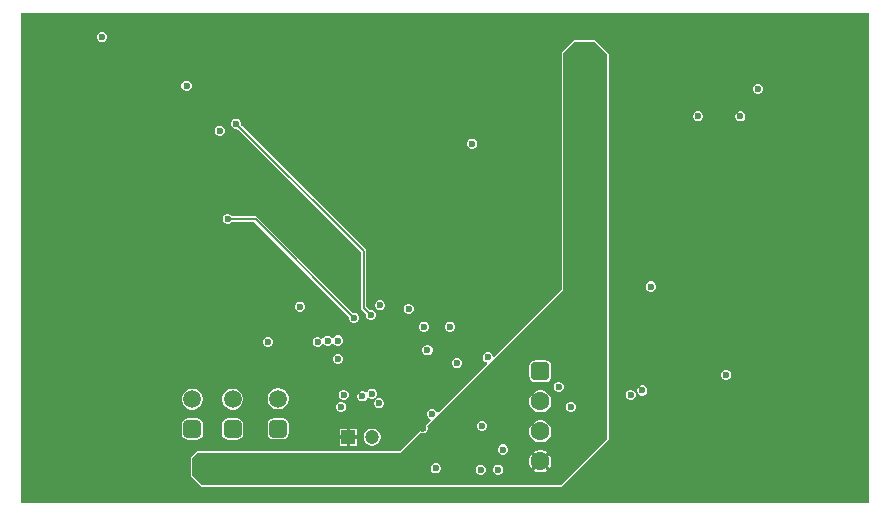
<source format=gbr>
%TF.GenerationSoftware,Altium Limited,Altium Designer,25.4.2 (15)*%
G04 Layer_Physical_Order=2*
G04 Layer_Color=36540*
%FSLAX45Y45*%
%MOMM*%
%TF.SameCoordinates,3CA1961E-9661-47C5-9BAE-CD2B19B8C498*%
%TF.FilePolarity,Positive*%
%TF.FileFunction,Copper,L2,Inr,Signal*%
%TF.Part,Single*%
G01*
G75*
%TA.AperFunction,Conductor*%
%ADD44C,0.20000*%
%TA.AperFunction,ComponentPad*%
%ADD47R,1.20000X1.20000*%
%ADD48C,1.20000*%
%ADD49C,1.52000*%
G04:AMPARAMS|DCode=50|XSize=1.52mm|YSize=1.52mm|CornerRadius=0.38mm|HoleSize=0mm|Usage=FLASHONLY|Rotation=90.000|XOffset=0mm|YOffset=0mm|HoleType=Round|Shape=RoundedRectangle|*
%AMROUNDEDRECTD50*
21,1,1.52000,0.76000,0,0,90.0*
21,1,0.76000,1.52000,0,0,90.0*
1,1,0.76000,0.38000,0.38000*
1,1,0.76000,0.38000,-0.38000*
1,1,0.76000,-0.38000,-0.38000*
1,1,0.76000,-0.38000,0.38000*
%
%ADD50ROUNDEDRECTD50*%
%ADD51C,1.60000*%
G04:AMPARAMS|DCode=52|XSize=1.6mm|YSize=1.6mm|CornerRadius=0.4mm|HoleSize=0mm|Usage=FLASHONLY|Rotation=270.000|XOffset=0mm|YOffset=0mm|HoleType=Round|Shape=RoundedRectangle|*
%AMROUNDEDRECTD52*
21,1,1.60000,0.80000,0,0,270.0*
21,1,0.80000,1.60000,0,0,270.0*
1,1,0.80000,-0.40000,-0.40000*
1,1,0.80000,-0.40000,0.40000*
1,1,0.80000,0.40000,0.40000*
1,1,0.80000,0.40000,-0.40000*
%
%ADD52ROUNDEDRECTD52*%
%TA.AperFunction,ViaPad*%
%ADD53C,0.60000*%
%ADD54C,0.50000*%
G36*
X15089609Y4729413D02*
X7910391D01*
Y8879609D01*
X15089609D01*
Y4729413D01*
D02*
G37*
%LPC*%
G36*
X8604427Y8713205D02*
X8587440D01*
X8571746Y8706704D01*
X8559734Y8694693D01*
X8553233Y8678999D01*
Y8662012D01*
X8559734Y8646318D01*
X8571746Y8634306D01*
X8587440Y8627805D01*
X8604427D01*
X8620120Y8634306D01*
X8632132Y8646318D01*
X8638633Y8662012D01*
Y8678999D01*
X8632132Y8694693D01*
X8620120Y8706704D01*
X8604427Y8713205D01*
D02*
G37*
G36*
X9318493Y8302700D02*
X9301506D01*
X9285813Y8296199D01*
X9273801Y8284187D01*
X9267300Y8268493D01*
Y8251506D01*
X9273801Y8235813D01*
X9285813Y8223801D01*
X9301506Y8217300D01*
X9318493D01*
X9334187Y8223801D01*
X9346199Y8235813D01*
X9352700Y8251506D01*
Y8268493D01*
X9346199Y8284187D01*
X9334187Y8296199D01*
X9318493Y8302700D01*
D02*
G37*
G36*
X14155760Y8273824D02*
X14138773D01*
X14123079Y8267323D01*
X14111069Y8255311D01*
X14104567Y8239618D01*
Y8222630D01*
X14111069Y8206937D01*
X14123079Y8194925D01*
X14138773Y8188424D01*
X14155760D01*
X14171454Y8194925D01*
X14183466Y8206937D01*
X14189967Y8222630D01*
Y8239618D01*
X14183466Y8255311D01*
X14171454Y8267323D01*
X14155760Y8273824D01*
D02*
G37*
G36*
X13649988Y8043288D02*
X13633002D01*
X13617307Y8036788D01*
X13605296Y8024776D01*
X13598795Y8009082D01*
Y7992095D01*
X13605296Y7976401D01*
X13617307Y7964389D01*
X13633002Y7957889D01*
X13649988D01*
X13665681Y7964389D01*
X13677695Y7976401D01*
X13684195Y7992095D01*
Y8009082D01*
X13677695Y8024776D01*
X13665681Y8036788D01*
X13649988Y8043288D01*
D02*
G37*
G36*
X14008493Y8042700D02*
X13991505D01*
X13975813Y8036199D01*
X13963802Y8024187D01*
X13957300Y8008494D01*
Y7991506D01*
X13963802Y7975813D01*
X13975813Y7963801D01*
X13991505Y7957300D01*
X14008493D01*
X14024187Y7963801D01*
X14036198Y7975813D01*
X14042700Y7991506D01*
Y8008494D01*
X14036198Y8024187D01*
X14024187Y8036199D01*
X14008493Y8042700D01*
D02*
G37*
G36*
X9598494Y7922700D02*
X9581507D01*
X9565813Y7916199D01*
X9553801Y7904187D01*
X9547300Y7888493D01*
Y7871506D01*
X9553801Y7855813D01*
X9565813Y7843801D01*
X9581507Y7837300D01*
X9598494D01*
X9614188Y7843801D01*
X9626199Y7855813D01*
X9632700Y7871506D01*
Y7888493D01*
X9626199Y7904187D01*
X9614188Y7916199D01*
X9598494Y7922700D01*
D02*
G37*
G36*
X11738493Y7812700D02*
X11721506D01*
X11705813Y7806199D01*
X11693801Y7794187D01*
X11687300Y7778493D01*
Y7761506D01*
X11693801Y7745813D01*
X11705813Y7733801D01*
X11721506Y7727300D01*
X11738493D01*
X11754187Y7733801D01*
X11766199Y7745813D01*
X11772700Y7761506D01*
Y7778493D01*
X11766199Y7794187D01*
X11754187Y7806199D01*
X11738493Y7812700D01*
D02*
G37*
G36*
X13248492Y6602700D02*
X13231506D01*
X13215813Y6596199D01*
X13203801Y6584187D01*
X13197301Y6568494D01*
Y6551507D01*
X13203801Y6535813D01*
X13215813Y6523801D01*
X13231506Y6517300D01*
X13248492D01*
X13264188Y6523801D01*
X13276199Y6535813D01*
X13282700Y6551507D01*
Y6568494D01*
X13276199Y6584187D01*
X13264188Y6596199D01*
X13248492Y6602700D01*
D02*
G37*
G36*
X10958493Y6442700D02*
X10941506D01*
X10925813Y6436199D01*
X10913801Y6424187D01*
X10907300Y6408493D01*
Y6391506D01*
X10913801Y6375812D01*
X10925813Y6363801D01*
X10941506Y6357300D01*
X10958493D01*
X10974187Y6363801D01*
X10986199Y6375812D01*
X10992700Y6391506D01*
Y6408493D01*
X10986199Y6424187D01*
X10974187Y6436199D01*
X10958493Y6442700D01*
D02*
G37*
G36*
X10278494Y6432700D02*
X10261507D01*
X10245813Y6426199D01*
X10233801Y6414187D01*
X10227300Y6398493D01*
Y6381506D01*
X10233801Y6365813D01*
X10245813Y6353801D01*
X10261507Y6347300D01*
X10278494D01*
X10294187Y6353801D01*
X10306199Y6365813D01*
X10312700Y6381506D01*
Y6398493D01*
X10306199Y6414187D01*
X10294187Y6426199D01*
X10278494Y6432700D01*
D02*
G37*
G36*
X11198493Y6412700D02*
X11181506D01*
X11165813Y6406199D01*
X11153801Y6394187D01*
X11147300Y6378493D01*
Y6361506D01*
X11153801Y6345813D01*
X11165813Y6333801D01*
X11181506Y6327300D01*
X11198493D01*
X11214187Y6333801D01*
X11226199Y6345813D01*
X11232700Y6361506D01*
Y6378493D01*
X11226199Y6394187D01*
X11214187Y6406199D01*
X11198493Y6412700D01*
D02*
G37*
G36*
X9739293Y7981900D02*
X9722306D01*
X9706613Y7975399D01*
X9694601Y7963387D01*
X9688100Y7947694D01*
Y7930707D01*
X9694601Y7915013D01*
X9706613Y7903001D01*
X9722306Y7896500D01*
X9739293D01*
X9740336Y7896932D01*
X10786855Y6850413D01*
Y6380000D01*
X10788617Y6371143D01*
X10793634Y6363634D01*
X10827732Y6329536D01*
X10827300Y6328494D01*
Y6311507D01*
X10833801Y6295813D01*
X10845813Y6283801D01*
X10861507Y6277300D01*
X10878494D01*
X10894188Y6283801D01*
X10906199Y6295813D01*
X10912700Y6311507D01*
Y6328494D01*
X10906199Y6344187D01*
X10894188Y6356199D01*
X10878494Y6362700D01*
X10861507D01*
X10860464Y6362268D01*
X10833145Y6389587D01*
Y6860000D01*
X10831383Y6868857D01*
X10826366Y6876366D01*
X9773068Y7929664D01*
X9773500Y7930707D01*
Y7947694D01*
X9766999Y7963387D01*
X9754987Y7975399D01*
X9739293Y7981900D01*
D02*
G37*
G36*
X9666194Y7172700D02*
X9649207D01*
X9633513Y7166199D01*
X9621501Y7154187D01*
X9615000Y7138493D01*
Y7121506D01*
X9621501Y7105813D01*
X9633513Y7093801D01*
X9649207Y7087300D01*
X9666194D01*
X9681887Y7093801D01*
X9693899Y7105813D01*
X9694331Y7106855D01*
X9884732D01*
X10686593Y6304995D01*
X10686160Y6303952D01*
Y6286965D01*
X10692661Y6271271D01*
X10704673Y6259259D01*
X10720367Y6252758D01*
X10737354D01*
X10753048Y6259259D01*
X10765059Y6271271D01*
X10771560Y6286965D01*
Y6303952D01*
X10765059Y6319645D01*
X10753048Y6331657D01*
X10737354Y6338158D01*
X10720367D01*
X10719324Y6337726D01*
X9910684Y7146366D01*
X9903176Y7151383D01*
X9894319Y7153145D01*
X9694331D01*
X9693899Y7154187D01*
X9681887Y7166199D01*
X9666194Y7172700D01*
D02*
G37*
G36*
X11548494Y6262700D02*
X11531507D01*
X11515813Y6256199D01*
X11503801Y6244187D01*
X11497300Y6228494D01*
Y6211507D01*
X11503801Y6195813D01*
X11515813Y6183801D01*
X11531507Y6177300D01*
X11548494D01*
X11564187Y6183801D01*
X11576199Y6195813D01*
X11582700Y6211507D01*
Y6228494D01*
X11576199Y6244187D01*
X11564187Y6256199D01*
X11548494Y6262700D01*
D02*
G37*
G36*
X11328493D02*
X11311506D01*
X11295813Y6256199D01*
X11283801Y6244187D01*
X11277300Y6228494D01*
Y6211507D01*
X11283801Y6195813D01*
X11295813Y6183801D01*
X11311506Y6177300D01*
X11328493D01*
X11344187Y6183801D01*
X11356199Y6195813D01*
X11362700Y6211507D01*
Y6228494D01*
X11356199Y6244187D01*
X11344187Y6256199D01*
X11328493Y6262700D01*
D02*
G37*
G36*
X10598493Y6145600D02*
X10581506D01*
X10565812Y6139099D01*
X10553801Y6127087D01*
X10553566Y6126520D01*
X10540245Y6125493D01*
X10528233Y6137505D01*
X10512540Y6144005D01*
X10495553D01*
X10479859Y6137505D01*
X10467847Y6125493D01*
X10466032Y6121110D01*
X10451404Y6118983D01*
X10444187Y6126199D01*
X10428493Y6132700D01*
X10411506D01*
X10395813Y6126199D01*
X10383801Y6114187D01*
X10377300Y6098494D01*
Y6081507D01*
X10383801Y6065813D01*
X10395813Y6053801D01*
X10411506Y6047300D01*
X10428493D01*
X10444187Y6053801D01*
X10456199Y6065813D01*
X10458014Y6070195D01*
X10472642Y6072323D01*
X10479859Y6065106D01*
X10495553Y6058606D01*
X10512540D01*
X10528233Y6065106D01*
X10540245Y6077118D01*
X10540480Y6077685D01*
X10553801Y6078712D01*
X10565812Y6066701D01*
X10581506Y6060200D01*
X10598493D01*
X10614187Y6066701D01*
X10626199Y6078713D01*
X10632700Y6094406D01*
Y6111393D01*
X10626199Y6127087D01*
X10614187Y6139099D01*
X10598493Y6145600D01*
D02*
G37*
G36*
X10008494Y6132700D02*
X9991507D01*
X9975813Y6126199D01*
X9963801Y6114187D01*
X9957300Y6098494D01*
Y6081507D01*
X9963801Y6065813D01*
X9975813Y6053801D01*
X9991507Y6047300D01*
X10008494D01*
X10024187Y6053801D01*
X10036199Y6065813D01*
X10042700Y6081507D01*
Y6098494D01*
X10036199Y6114187D01*
X10024187Y6126199D01*
X10008494Y6132700D01*
D02*
G37*
G36*
X11358493Y6062700D02*
X11341506D01*
X11325813Y6056199D01*
X11313801Y6044187D01*
X11307300Y6028493D01*
Y6011506D01*
X11313801Y5995812D01*
X11325813Y5983801D01*
X11341506Y5977300D01*
X11358493D01*
X11374187Y5983801D01*
X11386199Y5995812D01*
X11392700Y6011506D01*
Y6028493D01*
X11386199Y6044187D01*
X11374187Y6056199D01*
X11358493Y6062700D01*
D02*
G37*
G36*
X12590000Y8643748D02*
X12580279Y8639721D01*
X12580279Y8639719D01*
X12490280Y8549720D01*
X12486253Y8540000D01*
X12486253Y8539999D01*
Y6535694D01*
X11914433Y5963874D01*
X11902229Y5969630D01*
X11896199Y5984187D01*
X11884187Y5996199D01*
X11868493Y6002700D01*
X11851506D01*
X11835812Y5996199D01*
X11823801Y5984187D01*
X11817300Y5968494D01*
Y5951507D01*
X11823801Y5935813D01*
X11835812Y5923801D01*
X11850370Y5917771D01*
X11856126Y5905567D01*
X11444281Y5493722D01*
X11429300Y5496701D01*
X11426199Y5504187D01*
X11414187Y5516199D01*
X11398494Y5522700D01*
X11381507D01*
X11365813Y5516199D01*
X11353801Y5504187D01*
X11347300Y5488493D01*
Y5471506D01*
X11353801Y5455813D01*
X11365813Y5443801D01*
X11373299Y5440700D01*
X11376278Y5425719D01*
X11338819Y5388259D01*
X11337772Y5385733D01*
X11335839Y5383799D01*
Y5381065D01*
X11334792Y5378539D01*
X11335839Y5376012D01*
Y5373278D01*
X11338953Y5365759D01*
Y5354241D01*
X11334546Y5343600D01*
X11326400Y5335454D01*
X11315759Y5331046D01*
X11304241D01*
X11296722Y5334161D01*
X11293988D01*
X11291461Y5335208D01*
X11288934Y5334161D01*
X11286200D01*
X11284267Y5332228D01*
X11281741Y5331181D01*
X11114306Y5163747D01*
X9400002D01*
X9400000Y5163748D01*
X9390279Y5159721D01*
X9390279Y5159719D01*
X9350280Y5119720D01*
X9346253Y5110000D01*
X9346254Y5109999D01*
Y4960000D01*
X9350280Y4950280D01*
X9430280Y4870280D01*
X9440000Y4866253D01*
X9440001Y4866253D01*
X12480000D01*
X12489720Y4870280D01*
X12489721Y4870280D01*
X12879720Y5260280D01*
X12883746Y5270000D01*
X12883746Y5270000D01*
Y8310000D01*
X12883746Y8529997D01*
X12883748Y8529998D01*
X12879723Y8539720D01*
X12879720Y8539720D01*
X12779721Y8639720D01*
Y8639721D01*
X12770000Y8643748D01*
X12769999Y8643746D01*
X12590001D01*
X12590000Y8643748D01*
D02*
G37*
G36*
X10599680Y5988813D02*
X10582693D01*
X10566999Y5982312D01*
X10554987Y5970300D01*
X10548486Y5954606D01*
Y5937619D01*
X10554987Y5921925D01*
X10566999Y5909914D01*
X10582693Y5903413D01*
X10599680D01*
X10615374Y5909914D01*
X10627385Y5921925D01*
X10633886Y5937619D01*
Y5954606D01*
X10627385Y5970300D01*
X10615374Y5982312D01*
X10599680Y5988813D01*
D02*
G37*
G36*
X11608493Y5952700D02*
X11591506D01*
X11575813Y5946199D01*
X11563801Y5934188D01*
X11557300Y5918494D01*
Y5901507D01*
X11563801Y5885813D01*
X11575813Y5873801D01*
X11591506Y5867300D01*
X11608493D01*
X11624187Y5873801D01*
X11636199Y5885813D01*
X11642700Y5901507D01*
Y5918494D01*
X11636199Y5934188D01*
X11624187Y5946199D01*
X11608493Y5952700D01*
D02*
G37*
G36*
X13888493Y5852700D02*
X13871506D01*
X13855814Y5846199D01*
X13843800Y5834187D01*
X13837300Y5818494D01*
Y5801507D01*
X13843800Y5785813D01*
X13855814Y5773801D01*
X13871506Y5767300D01*
X13888493D01*
X13904187Y5773801D01*
X13916199Y5785813D01*
X13922701Y5801507D01*
Y5818494D01*
X13916199Y5834187D01*
X13904187Y5846199D01*
X13888493Y5852700D01*
D02*
G37*
G36*
X10890294Y5695455D02*
X10873307D01*
X10857614Y5688954D01*
X10845602Y5676943D01*
X10841443Y5666904D01*
X10827683Y5663106D01*
X10827202Y5663184D01*
X10824187Y5666199D01*
X10808493Y5672700D01*
X10791506D01*
X10775813Y5666199D01*
X10763801Y5654187D01*
X10757300Y5638493D01*
Y5621506D01*
X10763801Y5605813D01*
X10775813Y5593801D01*
X10791506Y5587300D01*
X10808493D01*
X10824187Y5593801D01*
X10836199Y5605813D01*
X10840358Y5615852D01*
X10854118Y5619649D01*
X10854599Y5619571D01*
X10857614Y5616556D01*
X10873307Y5610055D01*
X10890294D01*
X10905988Y5616556D01*
X10918000Y5628568D01*
X10924501Y5644262D01*
Y5661249D01*
X10918000Y5676943D01*
X10905988Y5688954D01*
X10890294Y5695455D01*
D02*
G37*
G36*
X13178494Y5722700D02*
X13161507D01*
X13145813Y5716199D01*
X13133801Y5704187D01*
X13127299Y5688494D01*
Y5671507D01*
X13133801Y5655813D01*
X13145813Y5643801D01*
X13161507Y5637300D01*
X13178494D01*
X13194186Y5643801D01*
X13206200Y5655813D01*
X13212700Y5671507D01*
Y5688494D01*
X13206200Y5704187D01*
X13194186Y5716199D01*
X13178494Y5722700D01*
D02*
G37*
G36*
X13078494Y5682700D02*
X13061507D01*
X13045813Y5676199D01*
X13033801Y5664187D01*
X13027299Y5648493D01*
Y5631506D01*
X13033801Y5615812D01*
X13045813Y5603801D01*
X13061507Y5597300D01*
X13078494D01*
X13094186Y5603801D01*
X13106200Y5615812D01*
X13112700Y5631506D01*
Y5648493D01*
X13106200Y5664187D01*
X13094186Y5676199D01*
X13078494Y5682700D01*
D02*
G37*
G36*
X10648494D02*
X10631507D01*
X10615813Y5676199D01*
X10603801Y5664187D01*
X10597300Y5648493D01*
Y5631506D01*
X10603801Y5615812D01*
X10615813Y5603801D01*
X10631507Y5597300D01*
X10648494D01*
X10664187Y5603801D01*
X10676199Y5615812D01*
X10682700Y5631506D01*
Y5648493D01*
X10676199Y5664187D01*
X10664187Y5676199D01*
X10648494Y5682700D01*
D02*
G37*
G36*
X10948493Y5612700D02*
X10931506D01*
X10915813Y5606199D01*
X10903801Y5594187D01*
X10897300Y5578494D01*
Y5561507D01*
X10903801Y5545813D01*
X10915813Y5533801D01*
X10931506Y5527300D01*
X10948493D01*
X10964187Y5533801D01*
X10976199Y5545813D01*
X10982700Y5561507D01*
Y5578494D01*
X10976199Y5594187D01*
X10964187Y5606199D01*
X10948493Y5612700D01*
D02*
G37*
G36*
X10097128Y5697464D02*
X10073773D01*
X10051214Y5691419D01*
X10030988Y5679741D01*
X10014473Y5663227D01*
X10002796Y5643001D01*
X9996751Y5620442D01*
Y5597086D01*
X10002796Y5574527D01*
X10014473Y5554301D01*
X10030988Y5537786D01*
X10051214Y5526109D01*
X10073773Y5520064D01*
X10097128D01*
X10119687Y5526109D01*
X10139913Y5537786D01*
X10156428Y5554301D01*
X10168105Y5574527D01*
X10174150Y5597086D01*
Y5620442D01*
X10168105Y5643001D01*
X10156428Y5663227D01*
X10139913Y5679741D01*
X10119687Y5691419D01*
X10097128Y5697464D01*
D02*
G37*
G36*
X9711678Y5695700D02*
X9688322D01*
X9665763Y5689655D01*
X9645537Y5677977D01*
X9629022Y5661463D01*
X9617345Y5641237D01*
X9611300Y5618678D01*
Y5595322D01*
X9617345Y5572763D01*
X9629022Y5552537D01*
X9645537Y5536022D01*
X9665763Y5524345D01*
X9688322Y5518300D01*
X9711678D01*
X9734237Y5524345D01*
X9754463Y5536022D01*
X9770977Y5552537D01*
X9782655Y5572763D01*
X9788700Y5595322D01*
Y5618678D01*
X9782655Y5641237D01*
X9770977Y5661463D01*
X9754463Y5677977D01*
X9734237Y5689655D01*
X9711678Y5695700D01*
D02*
G37*
G36*
X9371678D02*
X9348322D01*
X9325763Y5689655D01*
X9305537Y5677977D01*
X9289023Y5661463D01*
X9277345Y5641237D01*
X9271300Y5618678D01*
Y5595322D01*
X9277345Y5572763D01*
X9289023Y5552537D01*
X9305537Y5536022D01*
X9325763Y5524345D01*
X9348322Y5518300D01*
X9371678D01*
X9394237Y5524345D01*
X9414463Y5536022D01*
X9430978Y5552537D01*
X9442655Y5572763D01*
X9448700Y5595322D01*
Y5618678D01*
X9442655Y5641237D01*
X9430978Y5661463D01*
X9414463Y5677977D01*
X9394237Y5689655D01*
X9371678Y5695700D01*
D02*
G37*
G36*
X10628494Y5582700D02*
X10611507D01*
X10595813Y5576199D01*
X10583801Y5564187D01*
X10577300Y5548494D01*
Y5531507D01*
X10583801Y5515813D01*
X10595813Y5503801D01*
X10611507Y5497300D01*
X10628494D01*
X10644187Y5503801D01*
X10656199Y5515813D01*
X10662700Y5531507D01*
Y5548494D01*
X10656199Y5564187D01*
X10644187Y5576199D01*
X10628494Y5582700D01*
D02*
G37*
G36*
X10754031Y5357249D02*
X10696331D01*
Y5342748D01*
X10666331D01*
Y5357249D01*
X10608631D01*
Y5299549D01*
X10623132D01*
Y5269549D01*
X10608631D01*
Y5211849D01*
X10666331D01*
Y5226350D01*
X10696331D01*
Y5211849D01*
X10754031D01*
Y5269549D01*
X10739530D01*
Y5299549D01*
X10754031D01*
Y5357249D01*
D02*
G37*
G36*
X10123450Y5444457D02*
X10047451D01*
X10027668Y5440522D01*
X10010898Y5429317D01*
X9999692Y5412546D01*
X9995757Y5392764D01*
Y5316764D01*
X9999692Y5296982D01*
X10010898Y5280211D01*
X10027668Y5269006D01*
X10047451Y5265071D01*
X10123450D01*
X10143233Y5269006D01*
X10160003Y5280211D01*
X10171209Y5296982D01*
X10175144Y5316764D01*
Y5392764D01*
X10171209Y5412546D01*
X10160003Y5429317D01*
X10143233Y5440522D01*
X10123450Y5444457D01*
D02*
G37*
G36*
X9738000Y5442693D02*
X9662000D01*
X9642218Y5438758D01*
X9625447Y5427553D01*
X9614242Y5410782D01*
X9610307Y5391000D01*
Y5315000D01*
X9614242Y5295218D01*
X9625447Y5278447D01*
X9642218Y5267242D01*
X9662000Y5263307D01*
X9738000D01*
X9757782Y5267242D01*
X9774552Y5278447D01*
X9785758Y5295218D01*
X9789693Y5315000D01*
Y5391000D01*
X9785758Y5410782D01*
X9774552Y5427553D01*
X9757782Y5438758D01*
X9738000Y5442693D01*
D02*
G37*
G36*
X9398000D02*
X9322000D01*
X9302218Y5438758D01*
X9285448Y5427553D01*
X9274242Y5410782D01*
X9270307Y5391000D01*
Y5315000D01*
X9274242Y5295218D01*
X9285448Y5278447D01*
X9302218Y5267242D01*
X9322000Y5263307D01*
X9398000D01*
X9417782Y5267242D01*
X9434553Y5278447D01*
X9445758Y5295218D01*
X9449693Y5315000D01*
Y5391000D01*
X9445758Y5410782D01*
X9434553Y5427553D01*
X9417782Y5438758D01*
X9398000Y5442693D01*
D02*
G37*
G36*
X10890902Y5357249D02*
X10871760D01*
X10853270Y5352295D01*
X10836692Y5342724D01*
X10823157Y5329188D01*
X10813585Y5312610D01*
X10808631Y5294120D01*
Y5274978D01*
X10813585Y5256488D01*
X10823157Y5239911D01*
X10836692Y5226375D01*
X10853270Y5216804D01*
X10871760Y5211849D01*
X10890902D01*
X10909392Y5216804D01*
X10925970Y5226375D01*
X10939505Y5239911D01*
X10949077Y5256488D01*
X10954031Y5274978D01*
Y5294120D01*
X10949077Y5312610D01*
X10939505Y5329188D01*
X10925970Y5342724D01*
X10909392Y5352295D01*
X10890902Y5357249D01*
D02*
G37*
%LPD*%
G36*
X12870001Y8529999D02*
X12870000Y8310000D01*
Y5270000D01*
X12480000Y4880000D01*
X9440000D01*
X9360000Y4960000D01*
Y5110000D01*
X9400000Y5150000D01*
X11120000D01*
X11291461Y5321461D01*
X11301506Y5317300D01*
X11318493D01*
X11334187Y5323801D01*
X11346199Y5335813D01*
X11352700Y5351506D01*
Y5368493D01*
X11348539Y5378539D01*
X11413528Y5443528D01*
X11414187Y5443801D01*
X11426199Y5455813D01*
X11426472Y5456472D01*
X12500000Y6530000D01*
Y8540000D01*
X12590000Y8630000D01*
X12770000D01*
X12870001Y8529999D01*
D02*
G37*
%LPC*%
G36*
X12346300Y5935732D02*
X12266300D01*
X12245738Y5931642D01*
X12228305Y5919995D01*
X12216658Y5902562D01*
X12212568Y5882000D01*
Y5802000D01*
X12216658Y5781438D01*
X12228305Y5764005D01*
X12245738Y5752358D01*
X12266300Y5748268D01*
X12346300D01*
X12366862Y5752358D01*
X12384295Y5764005D01*
X12395942Y5781438D01*
X12400032Y5802000D01*
Y5882000D01*
X12395942Y5902562D01*
X12384295Y5919995D01*
X12366862Y5931642D01*
X12346300Y5935732D01*
D02*
G37*
G36*
X12468493Y5752700D02*
X12451506D01*
X12435813Y5746199D01*
X12423801Y5734187D01*
X12417300Y5718494D01*
Y5701507D01*
X12423801Y5685813D01*
X12435813Y5673801D01*
X12451506Y5667300D01*
X12468493D01*
X12484187Y5673801D01*
X12496199Y5685813D01*
X12502700Y5701507D01*
Y5718494D01*
X12496199Y5734187D01*
X12484187Y5746199D01*
X12468493Y5752700D01*
D02*
G37*
G36*
X12571783Y5584182D02*
X12554796D01*
X12539102Y5577682D01*
X12527090Y5565670D01*
X12520589Y5549976D01*
Y5532989D01*
X12527090Y5517295D01*
X12539102Y5505283D01*
X12554796Y5498783D01*
X12571783D01*
X12587476Y5505283D01*
X12599488Y5517295D01*
X12605989Y5532989D01*
Y5549976D01*
X12599488Y5565670D01*
X12587476Y5577682D01*
X12571783Y5584182D01*
D02*
G37*
G36*
X12318504Y5680700D02*
X12294096D01*
X12270519Y5674382D01*
X12249381Y5662178D01*
X12232122Y5644919D01*
X12219918Y5623781D01*
X12213600Y5600204D01*
Y5575796D01*
X12219918Y5552219D01*
X12232122Y5531081D01*
X12249381Y5513822D01*
X12270519Y5501618D01*
X12294096Y5495300D01*
X12318504D01*
X12342081Y5501618D01*
X12363219Y5513822D01*
X12380478Y5531081D01*
X12392682Y5552219D01*
X12399000Y5575796D01*
Y5600204D01*
X12392682Y5623781D01*
X12380478Y5644919D01*
X12363219Y5662178D01*
X12342081Y5674382D01*
X12318504Y5680700D01*
D02*
G37*
G36*
X11818494Y5422700D02*
X11801506D01*
X11785813Y5416199D01*
X11773801Y5404187D01*
X11767300Y5388493D01*
Y5371506D01*
X11773801Y5355813D01*
X11785813Y5343801D01*
X11801506Y5337300D01*
X11818494D01*
X11834187Y5343801D01*
X11846199Y5355813D01*
X11852700Y5371506D01*
Y5388493D01*
X11846199Y5404187D01*
X11834187Y5416199D01*
X11818494Y5422700D01*
D02*
G37*
G36*
X12318504Y5426700D02*
X12294096D01*
X12270519Y5420382D01*
X12249381Y5408178D01*
X12232122Y5390919D01*
X12219918Y5369781D01*
X12213600Y5346204D01*
Y5321796D01*
X12219918Y5298219D01*
X12232122Y5277081D01*
X12249381Y5259822D01*
X12270519Y5247618D01*
X12294096Y5241300D01*
X12318504D01*
X12342081Y5247618D01*
X12363219Y5259822D01*
X12380478Y5277081D01*
X12392682Y5298219D01*
X12399000Y5321796D01*
Y5346204D01*
X12392682Y5369781D01*
X12380478Y5390919D01*
X12363219Y5408178D01*
X12342081Y5420382D01*
X12318504Y5426700D01*
D02*
G37*
G36*
X11998493Y5222700D02*
X11981506D01*
X11965812Y5216199D01*
X11953801Y5204187D01*
X11947300Y5188494D01*
Y5171507D01*
X11953801Y5155813D01*
X11965812Y5143801D01*
X11981506Y5137300D01*
X11998493D01*
X12014187Y5143801D01*
X12026199Y5155813D01*
X12032700Y5171507D01*
Y5188494D01*
X12026199Y5204187D01*
X12014187Y5216199D01*
X11998493Y5222700D01*
D02*
G37*
G36*
X12318504Y5172700D02*
X12294096D01*
X12270519Y5166382D01*
X12251888Y5155626D01*
X12262611Y5144902D01*
X12241398Y5123689D01*
X12230674Y5134412D01*
X12219918Y5115781D01*
X12213600Y5092204D01*
Y5067796D01*
X12219918Y5044219D01*
X12230674Y5025588D01*
X12241398Y5036311D01*
X12262611Y5015098D01*
X12251888Y5004374D01*
X12270519Y4993618D01*
X12294096Y4987300D01*
X12318504D01*
X12342081Y4993618D01*
X12360712Y5004374D01*
X12349989Y5015098D01*
X12371202Y5036311D01*
X12381926Y5025588D01*
X12392682Y5044219D01*
X12399000Y5067796D01*
Y5092204D01*
X12392682Y5115781D01*
X12381926Y5134412D01*
X12371202Y5123689D01*
X12349989Y5144902D01*
X12360712Y5155626D01*
X12342081Y5166382D01*
X12318504Y5172700D01*
D02*
G37*
G36*
X11428494Y5062700D02*
X11411507D01*
X11395813Y5056199D01*
X11383801Y5044188D01*
X11377300Y5028494D01*
Y5011507D01*
X11383801Y4995813D01*
X11395813Y4983801D01*
X11411507Y4977300D01*
X11428494D01*
X11444187Y4983801D01*
X11456199Y4995813D01*
X11462700Y5011507D01*
Y5028494D01*
X11456199Y5044188D01*
X11444187Y5056199D01*
X11428494Y5062700D01*
D02*
G37*
G36*
X11958493Y5052700D02*
X11941506D01*
X11925813Y5046199D01*
X11913801Y5034187D01*
X11907300Y5018493D01*
Y5001506D01*
X11913801Y4985812D01*
X11925813Y4973801D01*
X11941506Y4967300D01*
X11958493D01*
X11974187Y4973801D01*
X11986199Y4985812D01*
X11992700Y5001506D01*
Y5018493D01*
X11986199Y5034187D01*
X11974187Y5046199D01*
X11958493Y5052700D01*
D02*
G37*
G36*
X11808494D02*
X11791507D01*
X11775813Y5046199D01*
X11763801Y5034187D01*
X11757300Y5018493D01*
Y5001506D01*
X11763801Y4985812D01*
X11775813Y4973801D01*
X11791507Y4967300D01*
X11808494D01*
X11824187Y4973801D01*
X11836199Y4985812D01*
X11842700Y5001506D01*
Y5018493D01*
X11836199Y5034187D01*
X11824187Y5046199D01*
X11808494Y5052700D01*
D02*
G37*
%LPD*%
D44*
X10810000Y6380000D02*
X10870000Y6320000D01*
X10810000Y6380000D02*
Y6860000D01*
X9730800Y7939200D02*
X10810000Y6860000D01*
X9894319Y7130000D02*
X10728860Y6295458D01*
X9657700Y7130000D02*
X9894319D01*
D47*
X10681331Y5284549D02*
D03*
D48*
X10881331D02*
D03*
D49*
X9360000Y5607000D02*
D03*
X10085450Y5608764D02*
D03*
X9700000Y5607000D02*
D03*
D50*
X9360000Y5353000D02*
D03*
X10085450Y5354764D02*
D03*
X9700000Y5353000D02*
D03*
D51*
X12306300Y5588000D02*
D03*
Y5334000D02*
D03*
Y5080000D02*
D03*
D52*
Y5842000D02*
D03*
D53*
X14700003Y8400001D02*
D03*
X14875003Y8050001D02*
D03*
X14700003Y7700001D02*
D03*
X14875003Y7350001D02*
D03*
X14700003Y5600001D02*
D03*
X14875003Y5250001D02*
D03*
X14700003Y4900001D02*
D03*
X14350003Y8400001D02*
D03*
Y7700001D02*
D03*
X14525002Y7350001D02*
D03*
X14350003Y7000001D02*
D03*
X14525002Y6650001D02*
D03*
Y5250001D02*
D03*
X14350003Y4900001D02*
D03*
X14000002Y8400001D02*
D03*
X14175002Y7350001D02*
D03*
Y5250001D02*
D03*
X14000002Y4900001D02*
D03*
X13825002Y7350001D02*
D03*
X13650002Y7000001D02*
D03*
X13825002Y5950001D02*
D03*
X13650002Y5600001D02*
D03*
X13825002Y5250001D02*
D03*
X13650002Y4900001D02*
D03*
X13300002Y7000001D02*
D03*
X13475002Y5250001D02*
D03*
X13300002Y4900001D02*
D03*
X12250002Y8400001D02*
D03*
X12425002Y7350001D02*
D03*
X11900002Y8400001D02*
D03*
X11550002D02*
D03*
X11200002D02*
D03*
Y7000001D02*
D03*
X10850002Y8400001D02*
D03*
X11025002Y8050001D02*
D03*
X10850002Y7700001D02*
D03*
X11025002Y7350001D02*
D03*
X10850002Y7000001D02*
D03*
X10675002Y8050001D02*
D03*
X10325002D02*
D03*
Y5250001D02*
D03*
X9975002Y8050001D02*
D03*
X9800002Y6300001D02*
D03*
X9975002Y5950001D02*
D03*
Y5250001D02*
D03*
X9625002Y5950001D02*
D03*
X9275002Y8050001D02*
D03*
X8750002Y4900001D02*
D03*
X8400001D02*
D03*
X8225001Y8050001D02*
D03*
Y7350001D02*
D03*
Y6650001D02*
D03*
X8050001Y6300001D02*
D03*
Y5600001D02*
D03*
Y4900001D02*
D03*
X11420000Y5020000D02*
D03*
X11810000Y5380000D02*
D03*
X10374359Y5633536D02*
D03*
X10890000Y6770000D02*
D03*
X11030000D02*
D03*
X13250000Y5480000D02*
D03*
X14910001Y6660000D02*
D03*
X14260001Y6930000D02*
D03*
X13939999D02*
D03*
X13539999Y7580000D02*
D03*
X13530000Y7240000D02*
D03*
X13680000Y8120000D02*
D03*
X14570000Y8130000D02*
D03*
X13900000Y8650000D02*
D03*
X10020000Y7960000D02*
D03*
X9900000D02*
D03*
X8120000Y7860000D02*
D03*
Y7510000D02*
D03*
Y7130000D02*
D03*
X8130000Y6770000D02*
D03*
X8080000Y6460000D02*
D03*
X8240000Y5370000D02*
D03*
X8370000D02*
D03*
X10252790Y5954410D02*
D03*
X10050000Y6160000D02*
D03*
Y6300000D02*
D03*
X13641495Y8000589D02*
D03*
X11040092Y6311323D02*
D03*
X14900000Y6870000D02*
D03*
X14710001D02*
D03*
Y7000000D02*
D03*
X14900000Y7010000D02*
D03*
X8490000Y5070000D02*
D03*
X8300000D02*
D03*
Y5210000D02*
D03*
X8490000D02*
D03*
X10950000Y6400000D02*
D03*
X11390000Y5480000D02*
D03*
X10504046Y6101306D02*
D03*
X9590000Y7880000D02*
D03*
X9730800Y7939200D02*
D03*
X9657700Y7130000D02*
D03*
X10270000Y6390000D02*
D03*
X10870000Y6320000D02*
D03*
X10728860Y6295458D02*
D03*
X11540000Y6220000D02*
D03*
X11320000D02*
D03*
X11190000Y6370000D02*
D03*
X11730000Y7770000D02*
D03*
X10420000Y6090000D02*
D03*
X10940000Y5570000D02*
D03*
X10881801Y5652755D02*
D03*
X10640000Y5640000D02*
D03*
X10800000Y5630000D02*
D03*
X10620000Y5540000D02*
D03*
X13880000Y5810000D02*
D03*
X13239999Y6560000D02*
D03*
X11860000Y5960000D02*
D03*
X12460000Y5710000D02*
D03*
X11600000Y5910000D02*
D03*
X11350000Y6020000D02*
D03*
X13170000Y5680000D02*
D03*
X13070000Y5640000D02*
D03*
X12563289Y5541482D02*
D03*
X11990000Y5180000D02*
D03*
X11800000Y5010000D02*
D03*
X11950000D02*
D03*
X10590000Y6102900D02*
D03*
X10591186Y5946113D02*
D03*
X10000000Y6090000D02*
D03*
X14000000Y8000000D02*
D03*
X14147267Y8231124D02*
D03*
X9310000Y8260000D02*
D03*
X8595933Y8670505D02*
D03*
X8200000Y8370000D02*
D03*
X8080000D02*
D03*
X8200000Y8550000D02*
D03*
X8080000D02*
D03*
X11310000Y5360000D02*
D03*
X11400000Y5570000D02*
D03*
X12070000Y4930000D02*
D03*
X10390000Y5040000D02*
D03*
X9990000Y5030000D02*
D03*
X9610000Y5020000D02*
D03*
X12720000Y8490000D02*
D03*
D54*
X11158800Y6036700D02*
D03*
Y5913700D02*
D03*
X10748801Y6036700D02*
D03*
Y5913700D02*
D03*
X10953801Y6036700D02*
D03*
Y5913700D02*
D03*
X11069801Y6036700D02*
D03*
Y5913700D02*
D03*
X10837801Y6036700D02*
D03*
Y5913700D02*
D03*
Y6130200D02*
D03*
Y5820200D02*
D03*
X11069801Y6130200D02*
D03*
Y5820200D02*
D03*
X10953801Y6130200D02*
D03*
Y5820200D02*
D03*
%TF.MD5,4971e308adfc570cf25dd28a8e71e367*%
M02*

</source>
